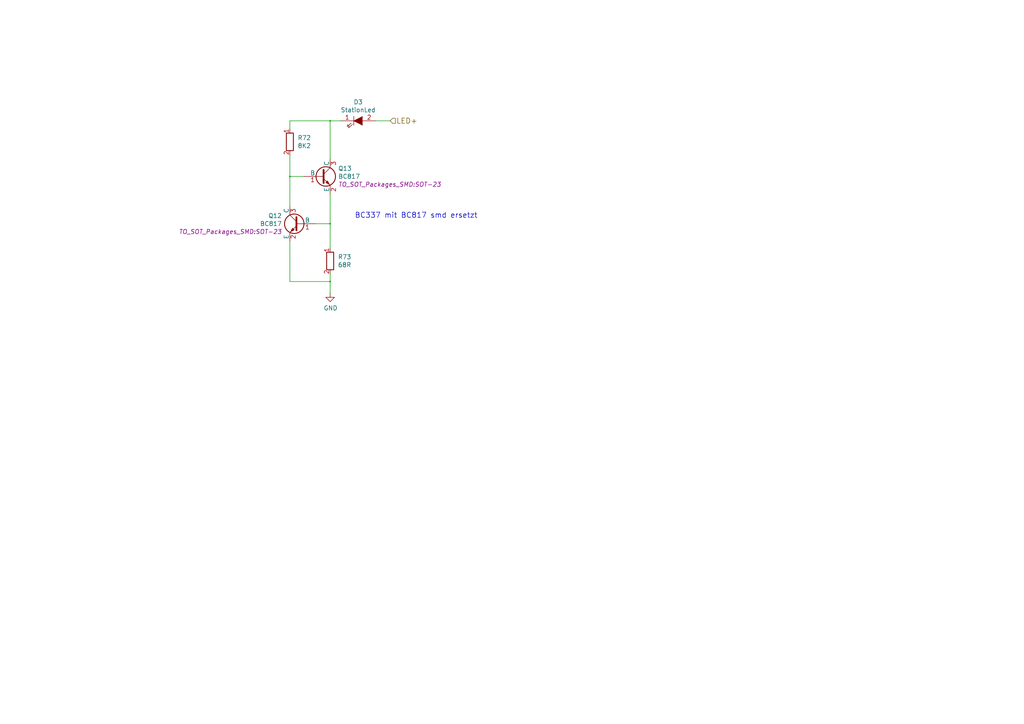
<source format=kicad_sch>
(kicad_sch (version 20201015) (generator eeschema)
  (page 1 35)
  (paper "A4")
  (title_block (title "Ardumower shield SVN Version") (date "2020-07-06") (rev "1.4") (company "ML AG JL UZ"))
  (lib_symbols
    (symbol "ardumower-mega-shield-svn-rescue:BC817-40-RESCUE-ardumower_mega_shield_svn" (pin_names (offset 0))
      (property "Referenz" "Q" (at 5.08 1.905 0))
      (property "Wert" "BC817-40-RESCUE-ardumower_mega_shield_svn" (at 5.08 0 0))
      (symbol "BC817-40-RESCUE-ardumower_mega_shield_svn_0_1"
        (circle (center 1.27 0) (radius 2.8194) (stroke (width 0.254)))
        (polyline (pts (xy 0 0) (xy 0.635 0)))
        (polyline (pts (xy 2.54 2.54) (xy 0.635 0.635)))
        (polyline (pts (xy 0.635 -0.635) (xy 2.54 -2.54) (xy 2.54 -2.54)))
        (polyline (pts (xy 0.635 1.905) (xy 0.635 -1.905) (xy 0.635 -1.905)) (stroke (width 0.508)))
        (polyline (pts (xy 1.27 -1.778) (xy 1.778 -1.27) (xy 2.286 -2.286) (xy 1.27 -1.778) (xy 1.27 -1.778)) (fill (type outline)))
      )
      (symbol "BC817-40-RESCUE-ardumower_mega_shield_svn_1_1"
        (pin input line (at -5.08 0 0) (length 5.08) (name "B") (number "1"))
        (pin passive line (at 2.54 -5.08 90) (length 2.54) (name "E") (number "2"))
        (pin passive line (at 2.54 5.08 270) (length 2.54) (name "C") (number "3"))
      )
    )
    (symbol "ardumower-mega-shield-svn-rescue:GND-RESCUE-ardumower_mega_shield_svn" (power) (pin_names (offset 0))
      (property "Wert" "GND-RESCUE-ardumower_mega_shield_svn" (at 0 -3.81 0))
      (symbol "GND-RESCUE-ardumower_mega_shield_svn_0_1"
        (polyline (pts (xy 0 0) (xy 0 -1.27) (xy 1.27 -1.27) (xy 0 -2.54) (xy -1.27 -1.27) (xy 0 -1.27)))
      )
      (symbol "GND-RESCUE-ardumower_mega_shield_svn_1_1"
        (pin power_in line (at 0 0 270) (length 0) hide (name "GND") (number "1"))
      )
    )
    (symbol "ardumower-mega-shield-svn-rescue:LED-RESCUE-ardumower_mega_shield_svn" (pin_names hide)
      (property "Referenz" "D" (at 0 2.54 0))
      (property "Wert" "LED-RESCUE-ardumower_mega_shield_svn" (at 0 -2.54 0))
      (symbol "LED-RESCUE-ardumower_mega_shield_svn_0_1"
        (polyline (pts (xy -1.27 1.27) (xy -1.27 -1.27)))
        (polyline (pts (xy -2.032 -0.635) (xy -3.175 -1.651) (xy -3.048 -1.016)))
        (polyline (pts (xy -1.651 -1.016) (xy -2.794 -2.032) (xy -2.667 -1.397)))
        (polyline (pts (xy 1.27 1.27) (xy -1.27 0) (xy 1.27 -1.27)) (fill (type outline)))
      )
      (symbol "LED-RESCUE-ardumower_mega_shield_svn_1_1"
        (pin passive line (at -5.08 0 0) (length 3.81) (name "K") (number "1"))
        (pin passive line (at 5.08 0 180) (length 3.81) (name "A") (number "2"))
      )
    )
    (symbol "ardumower-mega-shield-svn-rescue:R-RESCUE-ardumower_mega_shield_svn" (pin_names (offset 0))
      (property "Referenz" "R" (at 2.032 0 90))
      (property "Wert" "R-RESCUE-ardumower_mega_shield_svn" (at 0 0 90))
      (symbol "R-RESCUE-ardumower_mega_shield_svn_0_1"
        (rectangle (start -1.016 -2.54) (end 1.016 2.54) (stroke (width 0.254)))
      )
      (symbol "R-RESCUE-ardumower_mega_shield_svn_1_1"
        (pin passive line (at 0 3.81 270) (length 1.27) (name "~") (number "1"))
        (pin passive line (at 0 -3.81 90) (length 1.27) (name "~") (number "2"))
      )
    )
  )
  (junction (at 84.074 51.181) (diameter 0.3048))
  (junction (at 95.758 35.052) (diameter 0.3048))
  (junction (at 95.758 64.897) (diameter 0.3048))
  (junction (at 95.758 81.661) (diameter 0.3048))
  (wire (pts (xy 84.074 35.052) (xy 95.758 35.052)))
  (wire (pts (xy 84.074 37.338) (xy 84.074 35.052)))
  (wire (pts (xy 84.074 44.958) (xy 84.074 51.181)))
  (wire (pts (xy 84.074 51.181) (xy 84.074 59.817)))
  (wire (pts (xy 84.074 81.661) (xy 84.074 69.977)))
  (wire (pts (xy 88.138 51.181) (xy 84.074 51.181)))
  (wire (pts (xy 91.694 64.897) (xy 95.758 64.897)))
  (wire (pts (xy 95.758 35.052) (xy 95.758 46.101)))
  (wire (pts (xy 95.758 35.052) (xy 98.806 35.052)))
  (wire (pts (xy 95.758 56.261) (xy 95.758 64.897)))
  (wire (pts (xy 95.758 64.897) (xy 95.758 71.882)))
  (wire (pts (xy 95.758 79.502) (xy 95.758 81.661)))
  (wire (pts (xy 95.758 81.661) (xy 84.074 81.661)))
  (wire (pts (xy 95.758 81.661) (xy 95.758 84.963)))
  (wire (pts (xy 108.966 35.052) (xy 113.157 35.052)))
  (image (at -70.612 63.119) (scale 2))
  (text "[18:58:55] Jürgen Lange: was hälst du von einem bc337 ein netter aller welt type" (at -210.058 117.983 0) (effects (font (size 2.9972 2.9972)) (justify left bottom)))
  (text "BC817; BC817W; BC337: 45 V, 500 mA NPN \n\nsot323" (at -71.374 138.43 0) (effects (font (size 1.524 1.524)) (justify left bottom)))
  (text "BC337 mit BC817 smd ersetzt" (at 102.87 63.5 0) (effects (font (size 1.524 1.524)) (justify left bottom)))
  (hierarchical_label "LED+" (shape input) (at 113.157 35.052 0) (effects (font (size 1.524 1.524))))
  (symbol (lib_id "ardumower-mega-shield-svn-rescue:GND-RESCUE-ardumower_mega_shield_svn") (at 95.758 84.963 0) (unit 1)
    (property "Reference" "#PWR0274" (effects hide))
    (property "Value" "GND" (at 95.885 89.3572 0))
  )
  (symbol (lib_id "ardumower-mega-shield-svn-rescue:R-RESCUE-ardumower_mega_shield_svn") (at 84.074 41.148 0) (unit 1)
    (property "Reference" "R72" (at 86.3092 39.9796 0) (effects (justify left)))
    (property "Value" "8K2" (at 86.3092 42.291 0) (effects (justify left)))
    (property "Footprint" "Zimprich:R_1206" (effects hide))
    (property "Gehäuseart" "Value" (effects hide))
    (property "Bestelllink" "Value" (effects hide))
    (property "Technische Daten" "Value" (effects hide))
    (property "Bestellnummer" "Value" (effects hide))
    (property "Bauform" "Value" (effects hide))
    (property "Funktion" "Value" (effects hide))
    (property "Hersteller" "Value" (effects hide))
    (property "Hersteller Bestellnummer" "Value" (effects hide))
  )
  (symbol (lib_id "ardumower-mega-shield-svn-rescue:R-RESCUE-ardumower_mega_shield_svn") (at 95.758 75.692 0) (unit 1)
    (property "Reference" "R73" (at 97.9932 74.5236 0) (effects (justify left)))
    (property "Value" "68R" (at 97.9932 76.835 0) (effects (justify left)))
    (property "Footprint" "Zimprich:R_1206" (effects hide))
    (property "Gehäuseart" "Value" (effects hide))
    (property "Bestelllink" "Value" (effects hide))
    (property "Technische Daten" "Value" (effects hide))
    (property "Bestellnummer" "Value" (effects hide))
    (property "Bauform" "Value" (effects hide))
    (property "Funktion" "Value" (effects hide))
    (property "Hersteller" "Value" (effects hide))
    (property "Hersteller Bestellnummer" "Value" (effects hide))
  )
  (symbol (lib_id "ardumower-mega-shield-svn-rescue:LED-RESCUE-ardumower_mega_shield_svn") (at 103.886 35.052 0) (unit 1)
    (property "Reference" "D3" (at 103.886 29.591 0))
    (property "Value" "StationLed" (at 103.886 31.9024 0))
    (property "Footprint" "LEDs:LED_1206" (effects hide))
    (property "Gehäuseart" "Value" (effects hide))
    (property "Bestelllink" "Value" (effects hide))
    (property "Technische Daten" "Value" (effects hide))
    (property "Bestellnummer" "Value" (effects hide))
    (property "Bauform" "Value" (effects hide))
  )
  (symbol (lib_id "ardumower-mega-shield-svn-rescue:BC817-40-RESCUE-ardumower_mega_shield_svn") (at 86.614 64.897 0) (mirror y) (unit 1)
    (property "Reference" "Q12" (at 81.7626 62.5856 0) (effects (justify left)))
    (property "Value" "BC817" (at 81.7626 64.897 0) (effects (justify left)))
    (property "Footprint" "TO_SOT_Packages_SMD:SOT-23" (at 81.7626 67.2084 0) (effects (font italic) (justify left)))
  )
  (symbol (lib_id "ardumower-mega-shield-svn-rescue:BC817-40-RESCUE-ardumower_mega_shield_svn") (at 93.218 51.181 0) (unit 1)
    (property "Reference" "Q13" (at 98.0694 48.8696 0) (effects (justify left)))
    (property "Value" "BC817" (at 98.0694 51.181 0) (effects (justify left)))
    (property "Footprint" "TO_SOT_Packages_SMD:SOT-23" (at 98.0694 53.4924 0) (effects (font italic) (justify left)))
  )
)
</source>
